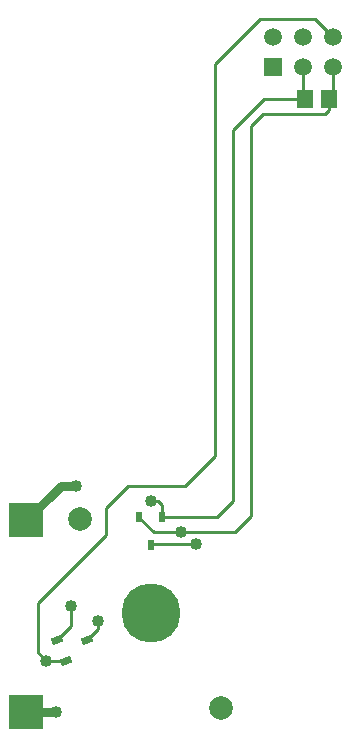
<source format=gtl>
G04 Layer_Physical_Order=1*
G04 Layer_Color=255*
%FSLAX25Y25*%
%MOIN*%
G70*
G01*
G75*
%ADD10R,0.11811X0.11811*%
%ADD11R,0.05512X0.05905*%
%ADD12R,0.02362X0.03740*%
G04:AMPARAMS|DCode=13|XSize=23.62mil|YSize=37.4mil|CornerRadius=0mil|HoleSize=0mil|Usage=FLASHONLY|Rotation=112.500|XOffset=0mil|YOffset=0mil|HoleType=Round|Shape=Rectangle|*
%AMROTATEDRECTD13*
4,1,4,0.02180,-0.00376,-0.01276,-0.01807,-0.02180,0.00376,0.01276,0.01807,0.02180,-0.00376,0.0*
%
%ADD13ROTATEDRECTD13*%

%ADD14C,0.03000*%
%ADD15C,0.01000*%
%ADD16C,0.07874*%
%ADD17C,0.07874*%
%ADD18C,0.05905*%
%ADD19R,0.05905X0.05905*%
%ADD20C,0.19685*%
%ADD21C,0.04000*%
D10*
X-41500Y-33000D02*
D03*
Y31000D02*
D03*
D11*
X51563Y171500D02*
D03*
X59437D02*
D03*
D12*
X3740Y32185D02*
D03*
X-3740D02*
D03*
X0Y22933D02*
D03*
D13*
X-31166Y-8858D02*
D03*
X-28303Y-15769D02*
D03*
X-21187Y-8773D02*
D03*
D14*
X-30000Y42500D02*
X-25000D01*
X-41500Y31000D02*
X-30000Y42500D01*
X-41500Y-33000D02*
X-31500D01*
D15*
X3740Y32185D02*
Y36260D01*
X2500Y37500D02*
X3740Y36260D01*
X0Y37500D02*
X2500D01*
X33500Y162500D02*
X37500Y166500D01*
X36500Y198000D02*
X54795D01*
X21500Y183000D02*
X36500Y198000D01*
X50709Y172354D02*
Y182087D01*
Y172354D02*
X51563Y171500D01*
X60709Y172772D02*
Y182087D01*
X59437Y171500D02*
X60709Y172772D01*
X37500Y166500D02*
X58000D01*
X59437Y167937D01*
Y171500D01*
X54795Y198000D02*
X60709Y192087D01*
X54795Y198000D02*
Y198000D01*
X37937Y171500D02*
X51563D01*
X27500Y161063D02*
X37937Y171500D01*
X3740Y32185D02*
X22185D01*
X27500Y37500D01*
Y161063D01*
X11500Y42500D02*
X21500Y52500D01*
X-7500Y42500D02*
X11500D01*
X21500Y52500D02*
Y183000D01*
X-3740Y31740D02*
Y32185D01*
Y31740D02*
X1000Y27000D01*
X28000D02*
X33500Y32500D01*
Y162500D01*
X1000Y27000D02*
X10000D01*
X28000D01*
X67Y23000D02*
X15000D01*
X0Y22933D02*
X67Y23000D01*
X-15000Y35000D02*
X-7500Y42500D01*
X-34731Y-15769D02*
X-28303D01*
X-21187Y-8773D02*
X-17500Y-5086D01*
Y-2500D01*
X-37500Y3500D02*
X-15000Y26000D01*
X-37500Y-13000D02*
Y3500D01*
Y-13000D02*
X-34731Y-15769D01*
X-15000Y26000D02*
Y35000D01*
X-31166Y-8858D02*
X-26500Y-4192D01*
Y2500D01*
D16*
X-23622Y31496D02*
D03*
D17*
X23622Y-31496D02*
D03*
D18*
X60709Y192087D02*
D03*
Y182087D02*
D03*
X50709Y192087D02*
D03*
Y182087D02*
D03*
X40709Y192087D02*
D03*
D19*
Y182087D02*
D03*
D20*
X0Y0D02*
D03*
D21*
X-25000Y42500D02*
D03*
X0Y37500D02*
D03*
X-31500Y-33000D02*
D03*
X10000Y27000D02*
D03*
X15000Y23000D02*
D03*
X-34731Y-15769D02*
D03*
X-17500Y-2500D02*
D03*
X-26500Y2500D02*
D03*
M02*

</source>
